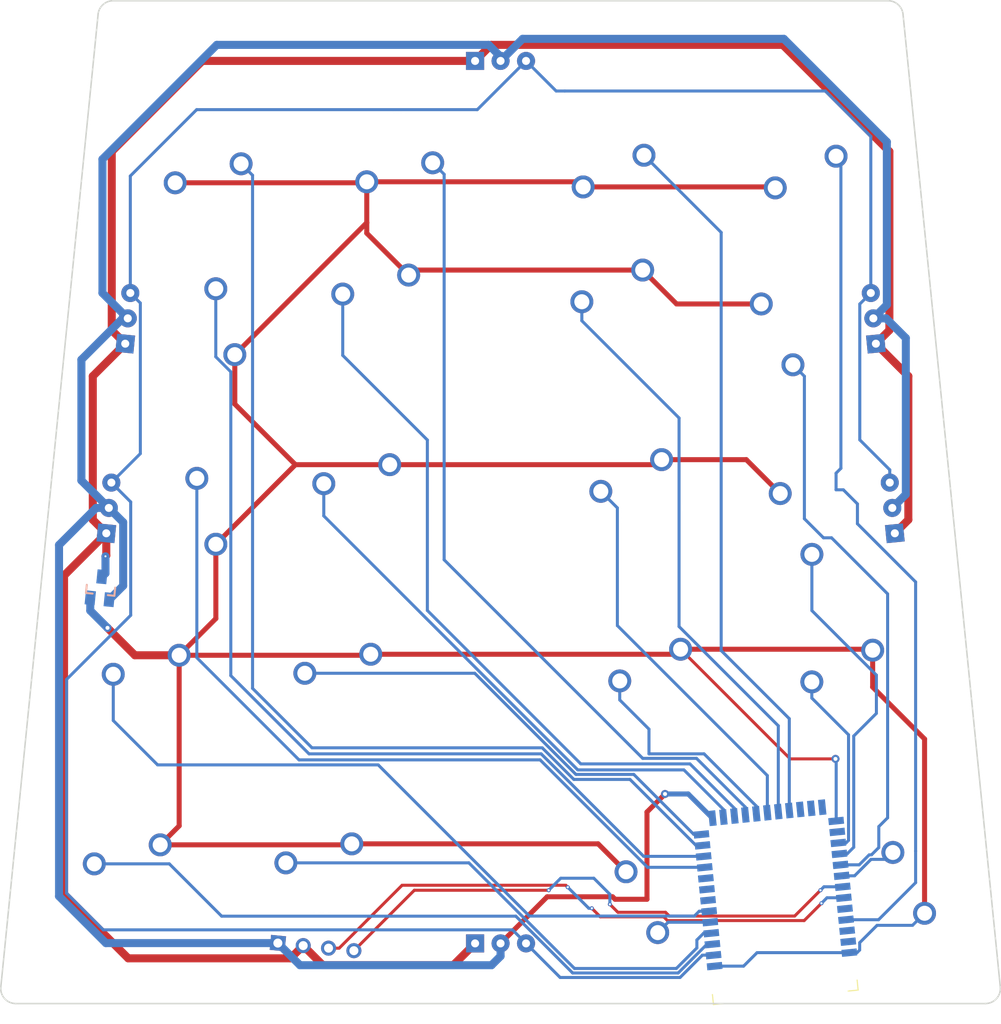
<source format=kicad_pcb>
(kicad_pcb (version 20211014) (generator pcbnew)
  (title_block (title "arrow-board") (rev "v1.0.0") (company "Unknown"))
  (layers (0 "F.Cu" signal) (31 "B.Cu" signal) (34 "B.Paste" user) (35 "F.Paste" user) (36 "B.SilkS" user "B.Silkscreen") (37 "F.SilkS" user "F.Silkscreen") (38 "B.Mask" user) (39 "F.Mask" user) (44 "Edge.Cuts" user))
  (net 0 "")
  (net 1 "GND")
  (net 2 "m_c1_r1")
  (net 3 "m_c1_r2")
  (net 4 "m_c1_r3")
  (net 5 "m_c1_r4")
  (net 6 "m_c1_r5")
  (net 7 "m_c2_r1")
  (net 8 "m_c2_r2")
  (net 9 "m_c2_r3")
  (net 10 "m_c2_r4")
  (net 11 "m_c2_r5")
  (net 12 "n_c4_r1")
  (net 13 "n_c4_r2")
  (net 14 "n_c4_r3")
  (net 15 "n_c4_r4")
  (net 16 "n_c4_r5")
  (net 17 "n_c3_r1")
  (net 18 "n_c3_r2")
  (net 19 "n_c3_r3")
  (net 20 "n_c3_r4")
  (net 21 "n_c3_r5")
  (net 22 "DMIN")
  (net 23 "DPLUS")
  (net 24 "P002")
  (net 25 "P010")
  (net 26 "P028")
  (net 27 "P029")
  (net 28 "P104")
  (net 29 "XTRA")
  (net 30 "SWDCLK")
  (net 31 "SWDIO")
  (net 32 "VBUS")
  (net 33 "VCC")
  (net 34 "GND_P")
  (footprint "MountingHole:MountingHole_2.2mm_M2" (layer "F.Cu") (at 97.2 -2.5)
    (fp_text reference "")
    (fp_text value "")
  )
  (footprint "MX" (layer "F.Cu") (at 67.820535 -11.119727 95.71)
    (fp_text reference "S16" hide)
    (fp_text value "" hide)
  )
  (footprint "MX" (layer "F.Cu") (at 32.129713 -11.124702 -5.71)
    (fp_text reference "S6" hide)
    (fp_text value "" hide)
  )
  (footprint "MX" (layer "F.Cu") (at 83.19425 -48.836452 95.71)
    (fp_text reference "S13" hide)
    (fp_text value "" hide)
  )
  (footprint "MX" (layer "F.Cu") (at 39.691213 -86.747606 174.29)
    (fp_text reference "S10" hide)
    (fp_text value "" hide)
  )
  (footprint "MX" (layer "F.Cu") (at 65.93016 -30.025453 5.71)
    (fp_text reference "S17" hide)
    (fp_text value "" hide)
  )
  (footprint "MX" (layer "F.Cu") (at 16.80575 -48.836452 -95.71)
    (fp_text reference "S3" hide)
    (fp_text value "" hide)
  )
  (footprint "MX" (layer "F.Cu") (at 13.025 -11.025 -5.71)
    (fp_text reference "S1" hide)
    (fp_text value "" hide)
  )
  (footprint "MountingHole:MountingHole_2.2mm_M2" (layer "F.Cu") (at 87.8 -97.5)
    (fp_text reference "")
    (fp_text value "")
  )
  (footprint "MX" (layer "F.Cu") (at 64.039785 -48.931179 5.71)
    (fp_text reference "S18" hide)
    (fp_text value "" hide)
  )
  (footprint "MX" (layer "F.Cu") (at 35.910463 -48.936154 -5.71)
    (fp_text reference "S8" hide)
    (fp_text value "" hide)
  )
  (footprint "MX" (layer "F.Cu") (at 81.303875 -67.742179 95.71)
    (fp_text reference "S14" hide)
    (fp_text value "" hide)
  )
  (footprint "MX" (layer "F.Cu") (at 34.020088 -30.030428 -5.71)
    (fp_text reference "S7" hide)
    (fp_text value "" hide)
  )
  (footprint "MX" (layer "F.Cu") (at 37.800838 -67.84188 -5.71)
    (fp_text reference "S9" hide)
    (fp_text value "" hide)
  )
  (footprint "MX" (layer "F.Cu") (at 20.5865 -86.647905 174.29)
    (fp_text reference "S5" hide)
    (fp_text value "" hide)
  )
  (footprint "MountingHole:MountingHole_2.2mm_M2" (layer "F.Cu") (at 12.2 -97.5)
    (fp_text reference "")
    (fp_text value "")
  )
  (footprint "MX" (layer "F.Cu") (at 86.975 -11.025 -84.29)
    (fp_text reference "S11" hide)
    (fp_text value "" hide)
  )
  (footprint "MX" (layer "F.Cu") (at 62.14941 -67.836905 5.71)
    (fp_text reference "S19" hide)
    (fp_text value "" hide)
  )
  (footprint "MX" (layer "F.Cu") (at 85.084625 -29.930726 5.71)
    (fp_text reference "S12" hide)
    (fp_text value "" hide)
  )
  (footprint "MX" (layer "F.Cu") (at 79.4135 -86.647905 -174.29)
    (fp_text reference "S15" hide)
    (fp_text value "" hide)
  )
  (footprint "four_pin_header" (layer "F.Cu") (at 31.582499 -5.651991 84.29)
    (fp_text reference "")
    (fp_text value "")
  )
  (footprint "MX" (layer "F.Cu") (at 60.259035 -86.742632 -174.29)
    (fp_text reference "S20" hide)
    (fp_text value "" hide)
  )
  (footprint "MX" (layer "F.Cu") (at 14.915375 -29.930726 -5.71)
    (fp_text reference "S2" hide)
    (fp_text value "" hide)
  )
  (footprint "MX" (layer "F.Cu") (at 18.696125 -67.742179 -95.71)
    (fp_text reference "S4" hide)
    (fp_text value "" hide)
  )
  (footprint "MountingHole:MountingHole_2.2mm_M2" (layer "F.Cu") (at 2.8 -2.5)
    (fp_text reference "")
    (fp_text value "")
  )
  (footprint "magnetic_connector" (layer "B.Cu") (at 87.174601 -68.32919 -174.29)
    (fp_text reference "")
    (fp_text value "")
  )
  (footprint "magnetic_connector" (layer "B.Cu") (at 12.825399 -68.32919 174.29)
    (fp_text reference "")
    (fp_text value "")
  )
  (footprint "SOT23" (layer "B.Cu") (at 10.139077 -41.463158 174.29)
    (fp_text reference "")
    (fp_text value "SOT23")
  )
  (footprint "magnetic_connector" (layer "B.Cu") (at 89.064976 -49.423464 -174.29)
    (fp_text reference "")
    (fp_text value "")
  )
  (footprint "nRF52840_holyiot_18010" (layer "B.Cu") (at 77.497261 -10.077325 5.71)
    (fp_text reference "")
    (fp_text value "nRF52840_holyiot_18010")
  )
  (footprint "magnetic_connector" (layer "B.Cu") (at 50 -94 90)
    (fp_text reference "")
    (fp_text value "")
  )
  (footprint "magnetic_connector" (layer "B.Cu") (at 10.935024 -49.423464 174.29)
    (fp_text reference "")
    (fp_text value "")
  )
  (footprint "magnetic_connector" (layer "B.Cu") (at 50 -6 90)
    (fp_text reference "")
    (fp_text value "")
  )
  (gr_arc (start 1.65748 -0.000001) (mid 0.545302 -0.493493) (end 0.164926 -1.649256) (layer "Edge.Cuts") (width 0.15))
  (gr_line (start 9.864926 -98.649256) (end 0.164926 -1.649256) (layer "Edge.Cuts") (width 0.15))
  (gr_line (start 1.657481 0) (end 98.342519 0) (layer "Edge.Cuts") (width 0.15))
  (gr_arc (start 88.642518 -99.999999) (mid 89.649026 -99.612179) (end 90.135074 -98.649256) (layer "Edge.Cuts") (width 0.15))
  (gr_arc (start 99.835075 -1.649256) (mid 99.454698 -0.493492) (end 98.342519 0) (layer "Edge.Cuts") (width 0.15))
  (gr_arc (start 9.864925 -98.649256) (mid 10.350973 -99.612179) (end 11.357481 -100) (layer "Edge.Cuts") (width 0.15))
  (gr_line (start 99.835074 -1.649256) (end 90.135074 -98.649256) (layer "Edge.Cuts") (width 0.15))
  (gr_line (start 88.642519 -100) (end 11.357481 -100) (layer "Edge.Cuts") (width 0.15))
  (segment (start 36.658389 -76.819234) (end 36.658389 -77.869538) (width 0.5) (layer "F.Cu") (net 1))
  (segment (start 29.542438 -53.738235) (end 38.943287 -53.738235) (width 0.5) (layer "F.Cu") (net 1))
  (segment (start 41.334113 -73.144412) (end 40.833662 -72.643961) (width 0.5) (layer "F.Cu") (net 1))
  (segment (start 21.607831 -45.803628) (end 29.542438 -53.738235) (width 0.5) (layer "F.Cu") (net 1))
  (segment (start 92.282507 -26.38328) (end 87.106596 -31.559191) (width 0.5) (layer "F.Cu") (net 1))
  (segment (start 17.948199 -17.717456) (end 16.057824 -15.827081) (width 0.5) (layer "F.Cu") (net 1))
  (segment (start 67.45168 -34.832509) (end 67.952131 -35.33296) (width 0.5) (layer "F.Cu") (net 1))
  (segment (start 57.726664 -81.945525) (end 58.237064 -81.435125) (width 0.5) (layer "F.Cu") (net 1))
  (segment (start 16.057824 -15.827081) (end 35.062835 -15.827081) (width 0.5) (layer "F.Cu") (net 1))
  (segment (start 13.534113 -34.732807) (end 10.803483 -37.463437) (width 0.8) (layer "F.Cu") (net 1))
  (segment (start 78.885091 -24.4) (end 67.952131 -35.33296) (width 0.3) (layer "F.Cu") (net 1))
  (segment (start 83.4 -24.4) (end 78.885091 -24.4) (width 0.3) (layer "F.Cu") (net 1))
  (segment (start 59.727943 -15.926783) (end 62.513028 -13.141698) (width 0.5) (layer "F.Cu") (net 1))
  (segment (start 75.996368 -69.76415) (end 67.551643 -69.76415) (width 0.5) (layer "F.Cu") (net 1))
  (segment (start 17.553676 -81.845824) (end 36.558688 -81.845824) (width 0.5) (layer "F.Cu") (net 1))
  (segment (start 64.171381 -73.144412) (end 41.334113 -73.144412) (width 0.5) (layer "F.Cu") (net 1))
  (segment (start 21.607831 -38.392439) (end 17.948199 -34.732807) (width 0.5) (layer "F.Cu") (net 1))
  (segment (start 58.237064 -81.435125) (end 77.296802 -81.435125) (width 0.5) (layer "F.Cu") (net 1))
  (segment (start 67.952131 -35.33296) (end 87.011869 -35.33296) (width 0.5) (layer "F.Cu") (net 1))
  (segment (start 40.833662 -72.643961) (end 36.658389 -76.819234) (width 0.5) (layer "F.Cu") (net 1))
  (segment (start 92.282507 -9.003029) (end 92.282507 -26.38328) (width 0.5) (layer "F.Cu") (net 1))
  (segment (start 35.162537 -15.926783) (end 59.727943 -15.926783) (width 0.5) (layer "F.Cu") (net 1))
  (segment (start 37.052912 -34.832509) (end 67.45168 -34.832509) (width 0.5) (layer "F.Cu") (net 1))
  (segment (start 17.948199 -34.732807) (end 13.534113 -34.732807) (width 0.8) (layer "F.Cu") (net 1))
  (segment (start 36.658389 -81.945525) (end 36.658389 -77.869538) (width 0.5) (layer "F.Cu") (net 1))
  (segment (start 17.948199 -34.732807) (end 17.948199 -17.717456) (width 0.5) (layer "F.Cu") (net 1))
  (segment (start 17.948199 -34.732807) (end 36.95321 -34.732807) (width 0.5) (layer "F.Cu") (net 1))
  (segment (start 65.561305 -53.738235) (end 66.061756 -54.238686) (width 0.5) (layer "F.Cu") (net 1))
  (segment (start 23.498206 -59.782467) (end 29.542438 -53.738235) (width 0.5) (layer "F.Cu") (net 1))
  (segment (start 77.296802 -81.435125) (end 77.391529 -81.340398) (width 0.5) (layer "F.Cu") (net 1))
  (segment (start 74.50648 -54.238686) (end 77.886743 -50.858423) (width 0.5) (layer "F.Cu") (net 1))
  (segment (start 36.658389 -77.869538) (end 23.498206 -64.709355) (width 0.5) (layer "F.Cu") (net 1))
  (segment (start 23.498206 -64.709355) (end 23.498206 -59.782467) (width 0.5) (layer "F.Cu") (net 1))
  (segment (start 87.106596 -31.559191) (end 87.106596 -35.238233) (width 0.5) (layer "F.Cu") (net 1))
  (segment (start 21.607831 -45.803628) (end 21.607831 -38.392439) (width 0.5) (layer "F.Cu") (net 1))
  (segment (start 66.061756 -54.238686) (end 74.50648 -54.238686) (width 0.5) (layer "F.Cu") (net 1))
  (segment (start 38.943287 -53.738235) (end 65.561305 -53.738235) (width 0.5) (layer "F.Cu") (net 1))
  (segment (start 67.551643 -69.76415) (end 64.171381 -73.144412) (width 0.5) (layer "F.Cu") (net 1))
  (segment (start 36.558688 -81.845824) (end 36.658389 -81.945525) (width 0.5) (layer "F.Cu") (net 1))
  (segment (start 36.658389 -81.945525) (end 57.726664 -81.945525) (width 0.5) (layer "F.Cu") (net 1))
  (segment (start 35.062835 -15.827081) (end 35.162537 -15.926783) (width 0.5) (layer "F.Cu") (net 1))
  (segment (start 87.011869 -35.33296) (end 87.106596 -35.238233) (width 0.5) (layer "F.Cu") (net 1))
  (segment (start 36.95321 -34.732807) (end 37.052912 -34.832509) (width 0.5) (layer "F.Cu") (net 1))
  (via (at 10.803483 -37.463437) (size 0.8) (drill 0.4) (layers "F.Cu" "B.Cu") (net 1))
  (via (at 83.4 -24.4) (size 0.8) (drill 0.4) (layers "F.Cu" "B.Cu") (net 1))
  (segment (start 85.814001 -6.072143) (end 87.542347 -7.800489) (width 0.3) (layer "B.Cu") (net 1))
  (segment (start 83.467568 -24.332432) (end 83.4 -24.4) (width 0.3) (layer "B.Cu") (net 1))
  (segment (start 75.577188 -5.077188) (end 74.234027 -3.734027) (width 0.3) (layer "B.Cu") (net 1))
  (segment (start 84.780881 -5.077188) (end 75.577188 -5.077188) (width 0.3) (layer "B.Cu") (net 1))
  (segment (start 87.542347 -7.800489) (end 91.079967 -7.800489) (width 0.3) (layer "B.Cu") (net 1))
  (segment (start 84.780881 -5.077188) (end 85.546681 -5.077188) (width 0.3) (layer "B.Cu") (net 1))
  (segment (start 91.079967 -7.800489) (end 92.282507 -9.003029) (width 0.3) (layer "B.Cu") (net 1))
  (segment (start 83.467568 -18.211692) (end 83.467568 -24.332432) (width 0.3) (layer "B.Cu") (net 1))
  (segment (start 9.084348 -39.182572) (end 10.803483 -37.463437) (width 0.8) (layer "B.Cu") (net 1))
  (segment (start 74.234027 -3.734027) (end 71.347865 -3.734027) (width 0.3) (layer "B.Cu") (net 1))
  (segment (start 85.814001 -5.344508) (end 85.814001 -6.072143) (width 0.3) (layer "B.Cu") (net 1))
  (segment (start 9.084348 -40.463135) (end 9.084348 -39.182572) (width 0.8) (layer "B.Cu") (net 1))
  (segment (start 85.546681 -5.077188) (end 85.814001 -5.344508) (width 0.3) (layer "B.Cu") (net 1))
  (segment (start 67.715586 -3.05049) (end 70.588207 -5.923111) (width 0.3) (layer "B.Cu") (net 2))
  (segment (start 9.486618 -13.931467) (end 16.968533 -13.931467) (width 0.3) (layer "B.Cu") (net 2))
  (segment (start 22.186194 -8.713806) (end 51.52256 -8.713806) (width 0.3) (layer "B.Cu") (net 2))
  (segment (start 16.968533 -13.931467) (end 22.186194 -8.713806) (width 0.3) (layer "B.Cu") (net 2))
  (segment (start 57.185877 -3.050489) (end 67.715586 -3.05049) (width 0.3) (layer "B.Cu") (net 2))
  (segment (start 70.588207 -5.923111) (end 71.12898 -5.923111) (width 0.3) (layer "B.Cu") (net 2))
  (segment (start 51.52256 -8.713806) (end 57.185877 -3.050489) (width 0.3) (layer "B.Cu") (net 2))
  (segment (start 52.873694 -8.726306) (end 37.8 -23.8) (width 0.3) (layer "B.Cu") (net 3))
  (segment (start 37.8 -23.8) (end 15.8 -23.8) (width 0.3) (layer "B.Cu") (net 3))
  (segment (start 69.326306 -8.726306) (end 52.873694 -8.726306) (width 0.3) (layer "B.Cu") (net 3))
  (segment (start 70.800652 -9.206737) (end 69.806737 -9.206737) (width 0.3) (layer "B.Cu") (net 3))
  (segment (start 11.376993 -28.223007) (end 11.376993 -32.837193) (width 0.3) (layer "B.Cu") (net 3))
  (segment (start 15.8 -23.8) (end 11.376993 -28.223007) (width 0.3) (layer "B.Cu") (net 3))
  (segment (start 69.806737 -9.206737) (end 69.326306 -8.726306) (width 0.3) (layer "B.Cu") (net 3))
  (segment (start 19.712217 -34.487783) (end 19.712217 -52.374834) (width 0.3) (layer "B.Cu") (net 4))
  (segment (start 29.9 -24.3) (end 19.712217 -34.487783) (width 0.3) (layer "B.Cu") (net 4))
  (segment (start 64.660143 -13.584905) (end 53.945048 -24.3) (width 0.3) (layer "B.Cu") (net 4))
  (segment (start 53.945048 -24.3) (end 29.9 -24.3) (width 0.3) (layer "B.Cu") (net 4))
  (segment (start 70.362881 -13.584905) (end 64.660143 -13.584905) (width 0.3) (layer "B.Cu") (net 4))
  (segment (start 64.272017 -14.679447) (end 54.051464 -24.9) (width 0.3) (layer "B.Cu") (net 5))
  (segment (start 21.602592 -64.494239) (end 21.602592 -71.280561) (width 0.3) (layer "B.Cu") (net 5))
  (segment (start 54.051464 -24.9) (end 30.9 -24.9) (width 0.3) (layer "B.Cu") (net 5))
  (segment (start 23.100342 -62.996489) (end 21.602592 -64.494239) (width 0.3) (layer "B.Cu") (net 5))
  (segment (start 23.100342 -32.699658) (end 23.100342 -62.996489) (width 0.3) (layer "B.Cu") (net 5))
  (segment (start 70.253438 -14.679447) (end 64.272017 -14.679447) (width 0.3) (layer "B.Cu") (net 5))
  (segment (start 30.9 -24.9) (end 23.100342 -32.699658) (width 0.3) (layer "B.Cu") (net 5))
  (segment (start 54.15788 -25.5) (end 31.2 -25.5) (width 0.3) (layer "B.Cu") (net 6))
  (segment (start 69.484003 -15.773989) (end 62.907014 -22.350978) (width 0.3) (layer "B.Cu") (net 6))
  (segment (start 57.306902 -22.350978) (end 54.15788 -25.5) (width 0.3) (layer "B.Cu") (net 6))
  (segment (start 25.267882 -82.598438) (end 24.124882 -83.741438) (width 0.3) (layer "B.Cu") (net 6))
  (segment (start 62.907014 -22.350978) (end 57.306902 -22.350978) (width 0.3) (layer "B.Cu") (net 6))
  (segment (start 25.267882 -31.432118) (end 25.267882 -82.598438) (width 0.3) (layer "B.Cu") (net 6))
  (segment (start 70.143995 -15.773989) (end 69.484003 -15.773989) (width 0.3) (layer "B.Cu") (net 6))
  (segment (start 31.2 -25.5) (end 25.267882 -31.432118) (width 0.3) (layer "B.Cu") (net 6))
  (segment (start 57.37207 -3.5) (end 46.840901 -14.031169) (width 0.3) (layer "B.Cu") (net 7))
  (segment (start 69.576383 -5.546991) (end 67.529392 -3.5) (width 0.3) (layer "B.Cu") (net 7))
  (segment (start 69.576383 -6.340299) (end 69.576383 -5.546991) (width 0.3) (layer "B.Cu") (net 7))
  (segment (start 70.253737 -7.017653) (end 69.576383 -6.340299) (width 0.3) (layer "B.Cu") (net 7))
  (segment (start 67.529392 -3.5) (end 57.37207 -3.5) (width 0.3) (layer "B.Cu") (net 7))
  (segment (start 71.019537 -7.017653) (end 70.253737 -7.017653) (width 0.3) (layer "B.Cu") (net 7))
  (segment (start 46.840901 -14.031169) (end 28.591331 -14.031169) (width 0.3) (layer "B.Cu") (net 7))
  (segment (start 63.286793 -22.85049) (end 57.513806 -22.85049) (width 0.3) (layer "B.Cu") (net 8))
  (segment (start 47.427401 -32.936895) (end 30.481706 -32.936895) (width 0.3) (layer "B.Cu") (net 8))
  (segment (start 70.034552 -16.868531) (end 69.268752 -16.868531) (width 0.3) (layer "B.Cu") (net 8))
  (segment (start 69.268752 -16.868531) (end 63.286793 -22.85049) (width 0.3) (layer "B.Cu") (net 8))
  (segment (start 57.513806 -22.85049) (end 47.427401 -32.936895) (width 0.3) (layer "B.Cu") (net 8))
  (segment (start 72.223652 -19.360698) (end 68.28435 -23.3) (width 0.3) (layer "B.Cu") (net 9))
  (segment (start 32.372081 -48.627919) (end 32.372081 -51.842621) (width 0.3) (layer "B.Cu") (net 9))
  (segment (start 72.223652 -18.594898) (end 72.223652 -19.360698) (width 0.3) (layer "B.Cu") (net 9))
  (segment (start 68.28435 -23.3) (end 57.7 -23.3) (width 0.3) (layer "B.Cu") (net 9))
  (segment (start 57.7 -23.3) (end 32.372081 -48.627919) (width 0.3) (layer "B.Cu") (net 9))
  (segment (start 42.7 -39.2) (end 42.7 -56.2) (width 0.3) (layer "B.Cu") (net 10))
  (segment (start 73.318194 -18.704341) (end 73.318194 -19.470141) (width 0.3) (layer "B.Cu") (net 10))
  (segment (start 42.7 -56.2) (end 34.262456 -64.637544) (width 0.3) (layer "B.Cu") (net 10))
  (segment (start 34.262456 -64.637544) (end 34.262456 -70.748347) (width 0.3) (layer "B.Cu") (net 10))
  (segment (start 73.318194 -19.470141) (end 68.888335 -23.9) (width 0.3) (layer "B.Cu") (net 10))
  (segment (start 58 -23.9) (end 42.7 -39.2) (width 0.3) (layer "B.Cu") (net 10))
  (segment (start 68.888335 -23.9) (end 58 -23.9) (width 0.3) (layer "B.Cu") (net 10))
  (segment (start 69.54183 -24.450489) (end 64.17654 -24.450489) (width 0.3) (layer "B.Cu") (net 11))
  (segment (start 64.17654 -24.450489) (end 44.372595 -44.254434) (width 0.3) (layer "B.Cu") (net 11))
  (segment (start 74.412736 -19.579583) (end 69.54183 -24.450489) (width 0.3) (layer "B.Cu") (net 11))
  (segment (start 44.372595 -82.698139) (end 43.229595 -83.841139) (width 0.3) (layer "B.Cu") (net 11))
  (segment (start 74.412736 -18.813783) (end 74.412736 -19.579583) (width 0.3) (layer "B.Cu") (net 11))
  (segment (start 44.372595 -44.254434) (end 44.372595 -82.698139) (width 0.3) (layer "B.Cu") (net 11))
  (segment (start 88.43438 -14.379862) (end 89.123327 -15.068809) (width 0.3) (layer "B.Cu") (net 12))
  (segment (start 84.014782 -12.738982) (end 85.304172 -12.738982) (width 0.3) (layer "B.Cu") (net 12))
  (segment (start 86.945052 -14.379862) (end 88.43438 -14.379862) (width 0.3) (layer "B.Cu") (net 12))
  (segment (start 85.304172 -12.738982) (end 86.945052 -14.379862) (width 0.3) (layer "B.Cu") (net 12))
  (segment (start 81.040816 -30.462607) (end 81.040816 -32.079053) (width 0.3) (layer "B.Cu") (net 13))
  (segment (start 83.686454 -16.022608) (end 84.452254 -16.022608) (width 0.3) (layer "B.Cu") (net 13))
  (segment (start 84.452254 -16.022608) (end 84.7 -16.270354) (width 0.3) (layer "B.Cu") (net 13))
  (segment (start 84.7 -16.270354) (end 84.7 -26.803423) (width 0.3) (layer "B.Cu") (net 13))
  (segment (start 84.7 -26.803423) (end 81.040816 -30.462607) (width 0.3) (layer "B.Cu") (net 13))
  (segment (start 85.219152 -26.680443) (end 87.478046 -28.939337) (width 0.3) (layer "B.Cu") (net 14))
  (segment (start 83.795897 -14.928066) (end 84.561697 -14.928066) (width 0.3) (layer "B.Cu") (net 14))
  (segment (start 87.478046 -32.756053) (end 81.045923 -39.188176) (width 0.3) (layer "B.Cu") (net 14))
  (segment (start 81.045923 -39.188176) (end 81.045923 -44.792643) (width 0.3) (layer "B.Cu") (net 14))
  (segment (start 85.219152 -15.585521) (end 85.219152 -26.680443) (width 0.3) (layer "B.Cu") (net 14))
  (segment (start 87.478046 -28.939337) (end 87.478046 -32.756053) (width 0.3) (layer "B.Cu") (net 14))
  (segment (start 84.561697 -14.928066) (end 85.219152 -15.585521) (width 0.3) (layer "B.Cu") (net 14))
  (segment (start 87.719994 -17.648179) (end 88.599107 -18.527292) (width 0.3) (layer "B.Cu") (net 15))
  (segment (start 83.007798 -46.443031) (end 82.202861 -46.443031) (width 0.3) (layer "B.Cu") (net 15))
  (segment (start 80.298548 -62.55537) (end 79.155548 -63.69837) (width 0.3) (layer "B.Cu") (net 15))
  (segment (start 87.719994 -15.561852) (end 87.719994 -17.648179) (width 0.3) (layer "B.Cu") (net 15))
  (segment (start 88.599107 -18.527292) (end 88.599107 -40.851722) (width 0.3) (layer "B.Cu") (net 15))
  (segment (start 88.599107 -40.851722) (end 83.007798 -46.443031) (width 0.3) (layer "B.Cu") (net 15))
  (segment (start 86.758859 -14.829373) (end 86.987514 -14.829372) (width 0.3) (layer "B.Cu") (net 15))
  (segment (start 83.905339 -13.833524) (end 85.76301 -13.833524) (width 0.3) (layer "B.Cu") (net 15))
  (segment (start 85.76301 -13.833524) (end 86.758859 -14.829373) (width 0.3) (layer "B.Cu") (net 15))
  (segment (start 82.202861 -46.443031) (end 80.298548 -48.347344) (width 0.3) (layer "B.Cu") (net 15))
  (segment (start 80.298548 -48.347344) (end 80.298548 -62.55537) (width 0.3) (layer "B.Cu") (net 15))
  (segment (start 86.987514 -14.829372) (end 87.719994 -15.561852) (width 0.3) (layer "B.Cu") (net 15))
  (segment (start 87.695624 -8.360814) (end 91.38984 -12.05503) (width 0.3) (layer "B.Cu") (net 16))
  (segment (start 91.38984 -12.05503) (end 91.38984 -15.21016) (width 0.3) (layer "B.Cu") (net 16))
  (segment (start 83.939244 -53.373304) (end 83.457309 -52.891369) (width 0.3) (layer "B.Cu") (net 16))
  (segment (start 83.457309 -84.499578) (end 83.939244 -84.017643) (width 0.3) (layer "B.Cu") (net 16))
  (segment (start 91.38984 -42.042894) (end 91.38984 -15.21016) (width 0.3) (layer "B.Cu") (net 16))
  (segment (start 85.587671 -47.845063) (end 91.38984 -42.042894) (width 0.3) (layer "B.Cu") (net 16))
  (segment (start 83.457309 -51.229873) (end 84.185639 -51.229873) (width 0.3) (layer "B.Cu") (net 16))
  (segment (start 85.587671 -49.827841) (end 85.587671 -47.845063) (width 0.3) (layer "B.Cu") (net 16))
  (segment (start 84.185639 -51.229873) (end 85.587671 -49.827841) (width 0.3) (layer "B.Cu") (net 16))
  (segment (start 83.939244 -84.017643) (end 83.939244 -53.373304) (width 0.3) (layer "B.Cu") (net 16))
  (segment (start 83.457309 -52.891369) (end 83.457309 -51.229873) (width 0.3) (layer "B.Cu") (net 16))
  (segment (start 84.452553 -8.360814) (end 87.695624 -8.360814) (width 0.3) (layer "B.Cu") (net 16))
  (segment (start 66.708485 -8.112195) (end 65.672208 -7.075918) (width 0.3) (layer "B.Cu") (net 17))
  (segment (start 70.910094 -8.112195) (end 66.708485 -8.112195) (width 0.3) (layer "B.Cu") (net 17))
  (segment (start 75.507278 -19.689026) (end 70.296304 -24.9) (width 0.3) (layer "B.Cu") (net 18))
  (segment (start 75.507278 -18.923226) (end 75.507278 -19.689026) (width 0.3) (layer "B.Cu") (net 18))
  (segment (start 64.8 -24.9) (end 64.8 -27.363755) (width 0.3) (layer "B.Cu") (net 18))
  (segment (start 64.8 -27.363755) (end 61.886351 -30.277404) (width 0.3) (layer "B.Cu") (net 18))
  (segment (start 61.886351 -30.277404) (end 61.886351 -32.17378) (width 0.3) (layer "B.Cu") (net 18))
  (segment (start 70.296304 -24.9) (end 64.8 -24.9) (width 0.3) (layer "B.Cu") (net 18))
  (segment (start 76.60182 -22.738603) (end 61.646364 -37.69406) (width 0.3) (layer "B.Cu") (net 19))
  (segment (start 76.60182 -19.032669) (end 76.60182 -22.738603) (width 0.3) (layer "B.Cu") (net 19))
  (segment (start 61.646364 -37.69406) (end 61.646364 -49.429118) (width 0.3) (layer "B.Cu") (net 19))
  (segment (start 61.646364 -49.429118) (end 59.995976 -51.079506) (width 0.3) (layer "B.Cu") (net 19))
  (segment (start 67.8 -58.394457) (end 58.105601 -68.088856) (width 0.3) (layer "B.Cu") (net 20))
  (segment (start 77.696362 -27.699459) (end 67.8 -37.595821) (width 0.3) (layer "B.Cu") (net 20))
  (segment (start 58.105601 -68.088856) (end 58.105601 -69.985232) (width 0.3) (layer "B.Cu") (net 20))
  (segment (start 77.696362 -19.142112) (end 77.696362 -27.699459) (width 0.3) (layer "B.Cu") (net 20))
  (segment (start 67.8 -37.595821) (end 67.8 -58.394457) (width 0.3) (layer "B.Cu") (net 20))
  (segment (start 72 -35.2) (end 72 -76.897149) (width 0.3) (layer "B.Cu") (net 21))
  (segment (start 78.790904 -28.409096) (end 72 -35.2) (width 0.3) (layer "B.Cu") (net 21))
  (segment (start 78.790904 -19.251555) (end 78.790904 -28.409096) (width 0.3) (layer "B.Cu") (net 21))
  (segment (start 72 -76.897149) (end 64.302844 -84.594305) (width 0.3) (layer "B.Cu") (net 21))
  (segment (start 51.190489 -7.349511) (end 52.54 -6) (width 0.3) (layer "B.Cu") (net 29))
  (segment (start 85.82509 -56.210826) (end 85.82509 -69.759789) (width 0.3) (layer "B.Cu") (net 29))
  (segment (start 85.82509 -69.759789) (end 86.921888 -70.856587) (width 0.3) (layer "B.Cu") (net 29))
  (segment (start 88.812263 -51.950861) (end 88.812263 -53.223653) (width 0.3) (layer "B.Cu") (net 29))
  (segment (start 14.07491 -69.859789) (end 13.078112 -70.856587) (width 0.3) (layer "B.Cu") (net 29))
  (segment (start 55.939021 -2.600979) (end 52.54 -6) (width 0.3) (layer "B.Cu") (net 29))
  (segment (start 13.11642 -38.71642) (end 6.719785 -32.319785) (width 0.3) (layer "B.Cu") (net 29))
  (segment (start 70.129369 -4.828569) (end 67.901779 -2.600979) (width 0.3) (layer "B.Cu") (net 29))
  (segment (start 10.382759 -7.349511) (end 51.190489 -7.349511) (width 0.3) (layer "B.Cu") (net 29))
  (segment (start 6.719785 -32.319785) (end 6.719785 -11.012485) (width 0.3) (layer "B.Cu") (net 29))
  (segment (start 19.694812 -89.141027) (end 13.078112 -82.524327) (width 0.3) (layer "B.Cu") (net 29))
  (segment (start 56.4 -91) (end 55.54 -91) (width 0.3) (layer "B.Cu") (net 29))
  (segment (start 13.11642 -50.022178) (end 13.11642 -38.71642) (width 0.3) (layer "B.Cu") (net 29))
  (segment (start 67.901779 -2.600979) (end 55.939021 -2.600979) (width 0.3) (layer "B.Cu") (net 29))
  (segment (start 11.187737 -51.950861) (end 13.11642 -50.022178) (width 0.3) (layer "B.Cu") (net 29))
  (segment (start 11.187737 -51.950861) (end 14.07491 -54.838034) (width 0.3) (layer "B.Cu") (net 29))
  (segment (start 82.389989 -91) (end 56.4 -91) (width 0.3) (layer "B.Cu") (net 29))
  (segment (start 6.719785 -11.012485) (end 10.382759 -7.349511) (width 0.3) (layer "B.Cu") (net 29))
  (segment (start 86.921888 -86.468101) (end 82.389989 -91) (width 0.3) (layer "B.Cu") (net 29))
  (segment (start 13.078112 -82.524327) (end 13.078112 -70.856587) (width 0.3) (layer "B.Cu") (net 29))
  (segment (start 14.07491 -54.838034) (end 14.07491 -69.859789) (width 0.3) (layer "B.Cu") (net 29))
  (segment (start 52.54 -94) (end 47.681027 -89.141027) (width 0.3) (layer "B.Cu") (net 29))
  (segment (start 86.921888 -70.856587) (end 86.921888 -86.468101) (width 0.3) (layer "B.Cu") (net 29))
  (segment (start 71.238423 -4.828569) (end 70.129369 -4.828569) (width 0.3) (layer "B.Cu") (net 29))
  (segment (start 88.812263 -53.223653) (end 85.82509 -56.210826) (width 0.3) (layer "B.Cu") (net 29))
  (segment (start 55.54 -91) (end 52.54 -94) (width 0.3) (layer "B.Cu") (net 29))
  (segment (start 47.681027 -89.141027) (end 19.694812 -89.141027) (width 0.3) (layer "B.Cu") (net 29))
  (segment (start 66.829146 -8.726306) (end 79.326306 -8.726306) (width 0.3) (layer "F.Cu") (net 30))
  (segment (start 66.455452 -9.1) (end 66.829146 -8.726306) (width 0.3) (layer "F.Cu") (net 30))
  (segment (start 61.7 -9.1) (end 66.455452 -9.1) (width 0.3) (layer "F.Cu") (net 30))
  (segment (start 60.9 -9.9) (end 61.7 -9.1) (width 0.3) (layer "F.Cu") (net 30))
  (segment (start 41.400674 -11.3) (end 54.8 -11.3) (width 0.3) (layer "F.Cu") (net 30))
  (segment (start 35.373595 -5.272921) (end 41.400674 -11.3) (width 0.3) (layer "F.Cu") (net 30))
  (segment (start 79.326306 -8.726306) (end 81.9 -11.3) (width 0.3) (layer "F.Cu") (net 30))
  (via (at 54.8 -11.3) (size 0.4) (drill 0.2) (layers "F.Cu" "B.Cu") (net 30))
  (via (at 60.9 -9.9) (size 0.4) (drill 0.2) (layers "F.Cu" "B.Cu") (net 30))
  (via (at 81.9 -11.3) (size 0.4) (drill 0.2) (layers "F.Cu" "B.Cu") (net 30))
  (segment (start 82.24444 -11.64444) (end 84.124225 -11.64444) (width 0.3) (layer "B.Cu") (net 30))
  (segment (start 54.8 -11.3) (end 56 -12.5) (width 0.3) (layer "B.Cu") (net 30))
  (segment (start 81.9 -11.3) (end 82.24444 -11.64444) (width 0.3) (layer "B.Cu") (net 30))
  (segment (start 60.9 -10.9) (end 60.9 -9.9) (width 0.3) (layer "B.Cu") (net 30))
  (segment (start 56 -12.5) (end 59.3 -12.5) (width 0.3) (layer "B.Cu") (net 30))
  (segment (start 59.3 -12.5) (end 60.9 -10.9) (width 0.3) (layer "B.Cu") (net 30))
  (segment (start 66.642953 -8.276795) (end 80.276795 -8.276795) (width 0.3) (layer "F.Cu") (net 31))
  (segment (start 59.949511 -8.650489) (end 66.269259 -8.650489) (width 0.3) (layer "F.Cu") (net 31))
  (segment (start 80.276795 -8.276795) (end 82 -10) (width 0.3) (layer "F.Cu") (net 31))
  (segment (start 66.269259 -8.650489) (end 66.642953 -8.276795) (width 0.3) (layer "F.Cu") (net 31))
  (segment (start 33.906858 -5.525634) (end 40.180725 -11.799501) (width 0.3) (layer "F.Cu") (net 31))
  (segment (start 40.180725 -11.799501) (end 56.500499 -11.799501) (width 0.3) (layer "F.Cu") (net 31))
  (segment (start 56.500499 -11.799501) (end 56.7 -11.6) (width 0.3) (layer "F.Cu") (net 31))
  (segment (start 59.1 -9.5) (end 59.949511 -8.650489) (width 0.3) (layer "F.Cu") (net 31))
  (segment (start 32.846198 -5.525634) (end 33.906858 -5.525634) (width 0.3) (layer "F.Cu") (net 31))
  (via (at 59.1 -9.5) (size 0.4) (drill 0.2) (layers "F.Cu" "B.Cu") (net 31))
  (via (at 82 -10) (size 0.4) (drill 0.2) (layers "F.Cu" "B.Cu") (net 31))
  (via (at 56.7 -11.6) (size 0.4) (drill 0.2) (layers "F.Cu" "B.Cu") (net 31))
  (segment (start 82.549898 -10.549898) (end 84.233668 -10.549898) (width 0.3) (layer "B.Cu") (net 31))
  (segment (start 56.7 -11.6) (end 58.8 -9.5) (width 0.3) (layer "B.Cu") (net 31))
  (segment (start 58.8 -9.5) (end 59.1 -9.5) (width 0.3) (layer "B.Cu") (net 31))
  (segment (start 82 -10) (end 82.549898 -10.549898) (width 0.3) (layer "B.Cu") (net 31))
  (segment (start 64.6 -10.4) (end 61.418534 -10.4) (width 0.5) (layer "F.Cu") (net 33))
  (segment (start 61.418534 -10.4) (end 61.169033 -10.649501) (width 0.5) (layer "F.Cu") (net 33))
  (segment (start 61.169033 -10.649501) (end 54.649501 -10.649501) (width 0.5) (layer "F.Cu") (net 33))
  (segment (start 64.6 -19.1) (end 64.6 -10.4) (width 0.5) (layer "F.Cu") (net 33))
  (segment (start 66.4 -20.9) (end 64.6 -19.1) (width 0.5) (layer "F.Cu") (net 33))
  (segment (start 54.649501 -10.649501) (end 50 -6) (width 0.5) (layer "F.Cu") (net 33))
  (via (at 66.4 -20.9) (size 0.8) (drill 0.4) (layers "F.Cu" "B.Cu") (net 33))
  (segment (start 71.12911 -18.485455) (end 68.714565 -20.9) (width 0.5) (layer "B.Cu") (net 33))
  (segment (start 5.970275 -10.702027) (end 10.641241 -6.031061) (width 0.8) (layer "B.Cu") (net 33))
  (segment (start 48.819511 -95.599511) (end 50 -94.419022) (width 0.8) (layer "B.Cu") (net 33))
  (segment (start 10.935252 -49.423464) (end 10.935024 -49.423464) (width 0.8) (layer "B.Cu") (net 33))
  (segment (start 10.641241 -6.031061) (end 27.791403 -6.031061) (width 0.8) (layer "B.Cu") (net 33))
  (segment (start 90.411774 -50.770262) (end 89.064976 -49.423464) (width 0.8) (layer "B.Cu") (net 33))
  (segment (start 90.411774 -66.364809) (end 90.411774 -50.770262) (width 0.8) (layer "B.Cu") (net 33))
  (segment (start 12.366909 -41.666085) (end 12.366909 -47.991807) (width 0.8) (layer "B.Cu") (net 33))
  (segment (start 29.999054 -3.82341) (end 49.096202 -3.82341) (width 0.8) (layer "B.Cu") (net 33))
  (segment (start 10.935024 -49.423464) (end 8.2 -52.158488) (width 0.8) (layer "B.Cu") (net 33))
  (segment (start 68.714565 -20.9) (end 66.4 -20.9) (width 0.5) (layer "B.Cu") (net 33))
  (segment (start 9.662232 -49.423464) (end 5.970275 -45.731507) (width 0.8) (layer "B.Cu") (net 33))
  (segment (start 88.447393 -68.32919) (end 90.411774 -66.364809) (width 0.8) (layer "B.Cu") (net 33))
  (segment (start 88.521399 -69.675988) (end 87.174601 -68.32919) (width 0.8) (layer "B.Cu") (net 33))
  (segment (start 10.3 -70.854589) (end 10.3 -84.2) (width 0.8) (layer "B.Cu") (net 33))
  (segment (start 50 -4.727208) (end 50 -6) (width 0.8) (layer "B.Cu") (net 33))
  (segment (start 87.174601 -68.32919) (end 88.447393 -68.32919) (width 0.8) (layer "B.Cu") (net 33))
  (segment (start 88.521399 -85.928558) (end 88.521399 -69.675988) (width 0.8) (layer "B.Cu") (net 33))
  (segment (start 49.096202 -3.82341) (end 50 -4.727208) (width 0.8) (layer "B.Cu") (net 33))
  (segment (start 12.825399 -68.32919) (end 10.3 -70.854589) (width 0.8) (layer "B.Cu") (net 33))
  (segment (start 12.319745 -68.32919) (end 12.825399 -68.32919) (width 0.8) (layer "B.Cu") (net 33))
  (segment (start 50 -94) (end 52.2 -96.2) (width 0.8) (layer "B.Cu") (net 33))
  (segment (start 10.935024 -49.423464) (end 9.662232 -49.423464) (width 0.8) (layer "B.Cu") (net 33))
  (segment (start 50 -94.419022) (end 50 -94) (width 0.8) (layer "B.Cu") (net 33))
  (segment (start 8.2 -64.209445) (end 12.319745 -68.32919) (width 0.8) (layer "B.Cu") (net 33))
  (segment (start 78.249957 -96.2) (end 88.521399 -85.928558) (width 0.8) (layer "B.Cu") (net 33))
  (segment (start 10.3 -84.2) (end 21.699511 -95.599511) (width 0.8) (layer "B.Cu") (net 33))
  (segment (start 27.791403 -6.031061) (end 29.999054 -3.82341) (width 0.8) (layer "B.Cu") (net 33))
  (segment (start 10.974921 -40.274097) (end 12.366909 -41.666085) (width 0.8) (layer "B.Cu") (net 33))
  (segment (start 12.366909 -47.991807) (end 10.935252 -49.423464) (width 0.8) (layer "B.Cu") (net 33))
  (segment (start 52.2 -96.2) (end 78.249957 -96.2) (width 0.8) (layer "B.Cu") (net 33))
  (segment (start 5.970275 -45.731507) (end 5.970275 -10.702027) (width 0.8) (layer "B.Cu") (net 33))
  (segment (start 8.2 -52.158488) (end 8.2 -64.209445) (width 0.8) (layer "B.Cu") (net 33))
  (segment (start 21.699511 -95.599511) (end 48.819511 -95.599511) (width 0.8) (layer "B.Cu") (net 33))
  (segment (start 88.774112 -67.148591) (end 87.427314 -65.801793) (width 0.8) (layer "F.Cu") (net 34))
  (segment (start 45.28341 -3.82341) (end 47.46 -6) (width 0.8) (layer "F.Cu") (net 34))
  (segment (start 32.273738 -3.82341) (end 45.28341 -3.82341) (width 0.8) (layer "F.Cu") (net 34))
  (segment (start 11.225888 -84.969431) (end 11.225888 -67.148591) (width 0.8) (layer "F.Cu") (net 34))
  (segment (start 12.572686 -65.801793) (end 9.335513 -62.56462) (width 0.8) (layer "F.Cu") (net 34))
  (segment (start 90.664487 -48.242865) (end 89.317689 -46.896067) (width 0.8) (layer "F.Cu") (net 34))
  (segment (start 10.682311 -46.896067) (end 6.469785 -42.683541) (width 0.8) (layer "F.Cu") (net 34))
  (segment (start 10.682311 -46.896067) (end 10.682311 -44.682311) (width 0.8) (layer "F.Cu") (net 34))
  (segment (start 29.051094 -4.510642) (end 30.3188 -5.778348) (width 0.8) (layer "F.Cu") (net 34))
  (segment (start 87.427314 -65.801793) (end 90.664487 -62.56462) (width 0.8) (layer "F.Cu") (net 34))
  (segment (start 6.469785 -42.683541) (end 6.469785 -10.908931) (width 0.8) (layer "F.Cu") (net 34))
  (segment (start 10.682311 -44.682311) (end 10.6 -44.6) (width 0.8) (layer "F.Cu") (net 34))
  (segment (start 30.3188 -5.778348) (end 32.273738 -3.82341) (width 0.8) (layer "F.Cu") (net 34))
  (segment (start 88.774112 -84.969431) (end 88.774112 -67.148591) (width 0.8) (layer "F.Cu") (net 34))
  (segment (start 11.225888 -67.148591) (end 12.572686 -65.801793) (width 0.8) (layer "F.Cu") (net 34))
  (segment (start 12.868074 -4.510642) (end 29.051094 -4.510642) (width 0.8) (layer "F.Cu") (net 34))
  (segment (start 20.256457 -94) (end 11.225888 -84.969431) (width 0.8) (layer "F.Cu") (net 34))
  (segment (start 78.144032 -95.599511) (end 88.774112 -84.969431) (width 0.8) (layer "F.Cu") (net 34))
  (segment (start 47.46 -94) (end 49.059511 -95.599511) (width 0.8) (layer "F.Cu") (net 34))
  (segment (start 6.469785 -10.908931) (end 12.868074 -4.510642) (width 0.8) (layer "F.Cu") (net 34))
  (segment (start 9.335513 -48.242865) (end 10.682311 -46.896067) (width 0.8) (layer "F.Cu") (net 34))
  (segment (start 49.059511 -95.599511) (end 78.144032 -95.599511) (width 0.8) (layer "F.Cu") (net 34))
  (segment (start 47.46 -94) (end 20.256457 -94) (width 0.8) (layer "F.Cu") (net 34))
  (segment (start 9.335513 -62.56462) (end 9.335513 -48.242865) (width 0.8) (layer "F.Cu") (net 34))
  (segment (start 90.664487 -62.56462) (end 90.664487 -48.242865) (width 0.8) (layer "F.Cu") (net 34))
  (via (at 10.6 -44.6) (size 0.4) (drill 0.2) (layers "F.Cu" "B.Cu") (net 34))
  (segment (start 10.6 -42.90918) (end 10.24852 -42.5577) (width 0.8) (layer "B.Cu") (net 34))
  (segment (start 10.6 -44.6) (end 10.6 -42.90918) (width 0.8) (layer "B.Cu") (net 34))
)
</source>
